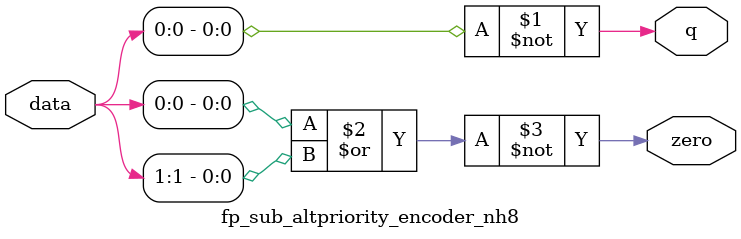
<source format=v>
module  fp_sub_altpriority_encoder_nh8
	(
	data,
	q,
	zero) ;
	input   [1:0]  data;
	output   [0:0]  q;
	output   zero;
	assign
		q = {(~ data[0])},
		zero = (~ (data[0] | data[1]));
endmodule
</source>
